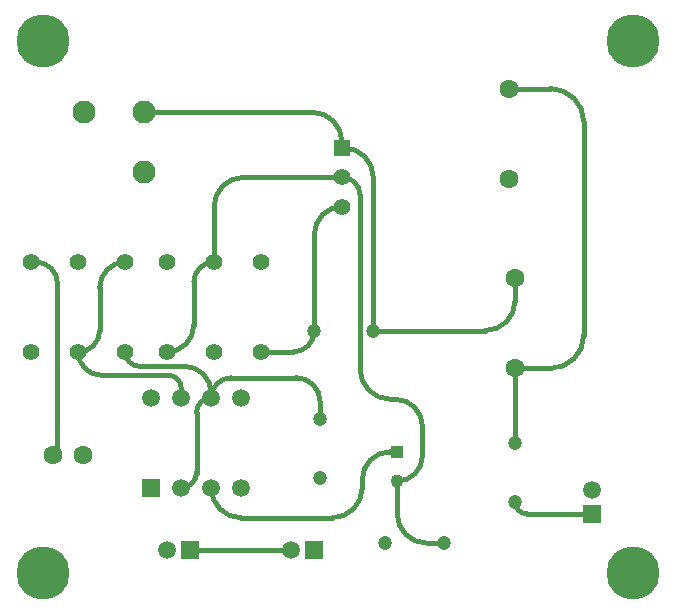
<source format=gtl>
G04*
G04 #@! TF.GenerationSoftware,Altium Limited,Altium Designer,23.2.1 (34)*
G04*
G04 Layer_Physical_Order=1*
G04 Layer_Color=255*
%FSLAX44Y44*%
%MOMM*%
G71*
G04*
G04 #@! TF.SameCoordinates,58D706FB-8AEF-4135-8DC0-6D3B37A59AC3*
G04*
G04*
G04 #@! TF.FilePolarity,Positive*
G04*
G01*
G75*
%ADD28C,0.3810*%
%ADD29C,4.5000*%
%ADD30R,1.1000X1.1000*%
%ADD31C,1.1000*%
%ADD32C,1.6000*%
%ADD33R,1.5000X1.5000*%
%ADD34C,1.5000*%
%ADD35C,1.2000*%
%ADD36C,1.9500*%
%ADD37R,1.4000X1.4000*%
%ADD38C,1.4000*%
%ADD39R,1.5000X1.5000*%
D28*
X325000Y102500D02*
G03*
X346500Y124000I0J21500D01*
G01*
Y149000D02*
G03*
X323500Y172000I-23000J0D01*
G01*
X293750Y197400D02*
G03*
X319150Y172000I25400J0D01*
G01*
X293750Y344700D02*
G03*
X278450Y360000I-15300J0D01*
G01*
X325000Y75400D02*
G03*
X350400Y50000I25400J0D01*
G01*
X195400Y360000D02*
G03*
X170000Y334600I0J-25400D01*
G01*
Y288100D02*
G03*
X153000Y271100I0J-17000D01*
G01*
X399600Y230000D02*
G03*
X425000Y255400I0J25400D01*
G01*
X305000Y359600D02*
G03*
X279600Y385000I-25400J0D01*
G01*
X37500Y270000D02*
G03*
X19400Y288100I-18100J0D01*
G01*
X33550Y124500D02*
G03*
X37500Y128450I0J3950D01*
G01*
X483250Y406600D02*
G03*
X454850Y435000I-28400J0D01*
G01*
Y198000D02*
G03*
X483250Y226400I0J28400D01*
G01*
X167700Y173100D02*
G03*
X155250Y160650I0J-12450D01*
G01*
X184850Y190250D02*
G03*
X167700Y173100I0J-17150D01*
G01*
Y177300D02*
G03*
X145250Y199750I-22450J0D01*
G01*
X95000Y211900D02*
G03*
X107150Y199750I12150J0D01*
G01*
X142300Y181450D02*
G03*
X131500Y192250I-10800J0D01*
G01*
X142300Y96900D02*
G03*
X155250Y109850I0J12950D01*
G01*
X260000Y169750D02*
G03*
X239500Y190250I-20500J0D01*
G01*
X236900Y211900D02*
G03*
X255000Y230000I0J18100D01*
G01*
X278450Y335000D02*
G03*
X255000Y311550I0J-23450D01*
G01*
X278450Y389600D02*
G03*
X253050Y415000I-25400J0D01*
G01*
X319250Y127500D02*
G03*
X295500Y103750I0J-23750D01*
G01*
X270100Y71500D02*
G03*
X295500Y96900I0J25400D01*
G01*
X167700D02*
G03*
X193100Y71500I25400J0D01*
G01*
X425000Y85000D02*
G03*
X435000Y75000I10000J0D01*
G01*
X55000Y211900D02*
G03*
X73250Y230150I0J18250D01*
G01*
X55000Y211900D02*
G03*
X74650Y192250I19650J0D01*
G01*
X130000Y211900D02*
G03*
X153000Y234900I0J23000D01*
G01*
X95000Y288100D02*
G03*
X73250Y266350I0J-21750D01*
G01*
X325000Y75400D02*
Y102500D01*
X346500Y124000D02*
Y149000D01*
X319150Y172000D02*
X323500D01*
X195400Y360000D02*
X278450D01*
X293750Y197400D02*
Y344700D01*
X350400Y50000D02*
X365000D01*
X170000Y288100D02*
Y334600D01*
X153000Y234900D02*
Y271100D01*
X305000Y230000D02*
Y359600D01*
Y230000D02*
X399600D01*
X425000Y255400D02*
Y275000D01*
X278450Y385000D02*
Y389600D01*
Y385000D02*
X279600D01*
X37500Y128450D02*
Y270000D01*
X15000Y288100D02*
X19400D01*
X483250Y226400D02*
Y406600D01*
X425000Y198000D02*
X454850D01*
X420000Y435000D02*
X454850D01*
X425000Y135000D02*
Y198000D01*
X167700Y173100D02*
Y177300D01*
X107150Y199750D02*
X145250D01*
X74650Y192250D02*
X131500D01*
X155250Y109850D02*
Y160650D01*
X184850Y190250D02*
X239500D01*
X260000Y155000D02*
Y169750D01*
X255000Y230000D02*
Y311550D01*
X210000Y211900D02*
X236900D01*
X110800Y415000D02*
X253050D01*
X319250Y127500D02*
X325000D01*
X295500Y96900D02*
Y103750D01*
X193100Y71500D02*
X270100D01*
X435000Y75000D02*
X490000D01*
X142300Y173100D02*
Y181450D01*
X73250Y230150D02*
Y266350D01*
X150000Y44500D02*
X235000D01*
D29*
X25000Y25000D02*
D03*
X525000Y475000D02*
D03*
X25000D02*
D03*
X525000Y25000D02*
D03*
D30*
X325000Y127500D02*
D03*
D31*
Y102500D02*
D03*
D32*
X58950Y124500D02*
D03*
X33550D02*
D03*
X420000Y435000D02*
D03*
Y358000D02*
D03*
X425000Y275000D02*
D03*
Y198000D02*
D03*
D33*
X490000Y75000D02*
D03*
X116900Y96900D02*
D03*
D34*
X490000Y95000D02*
D03*
X193100Y173100D02*
D03*
X167700D02*
D03*
X142300D02*
D03*
X116900D02*
D03*
X193100Y96900D02*
D03*
X167700D02*
D03*
X142300D02*
D03*
X130000Y44500D02*
D03*
X235000D02*
D03*
D35*
X425000Y85000D02*
D03*
Y135000D02*
D03*
X260000Y155000D02*
D03*
Y105000D02*
D03*
X365000Y50000D02*
D03*
X315000D02*
D03*
X255000Y230000D02*
D03*
X305000D02*
D03*
D36*
X60000Y415000D02*
D03*
X110800D02*
D03*
Y364200D02*
D03*
D37*
X278450Y385000D02*
D03*
D38*
Y360000D02*
D03*
Y335000D02*
D03*
X15000Y288100D02*
D03*
Y211900D02*
D03*
X95000Y288100D02*
D03*
Y211900D02*
D03*
X55000D02*
D03*
Y288100D02*
D03*
X130000Y211900D02*
D03*
Y288100D02*
D03*
X170000Y211900D02*
D03*
Y288100D02*
D03*
X210000D02*
D03*
Y211900D02*
D03*
D39*
X150000Y44500D02*
D03*
X255000D02*
D03*
M02*

</source>
